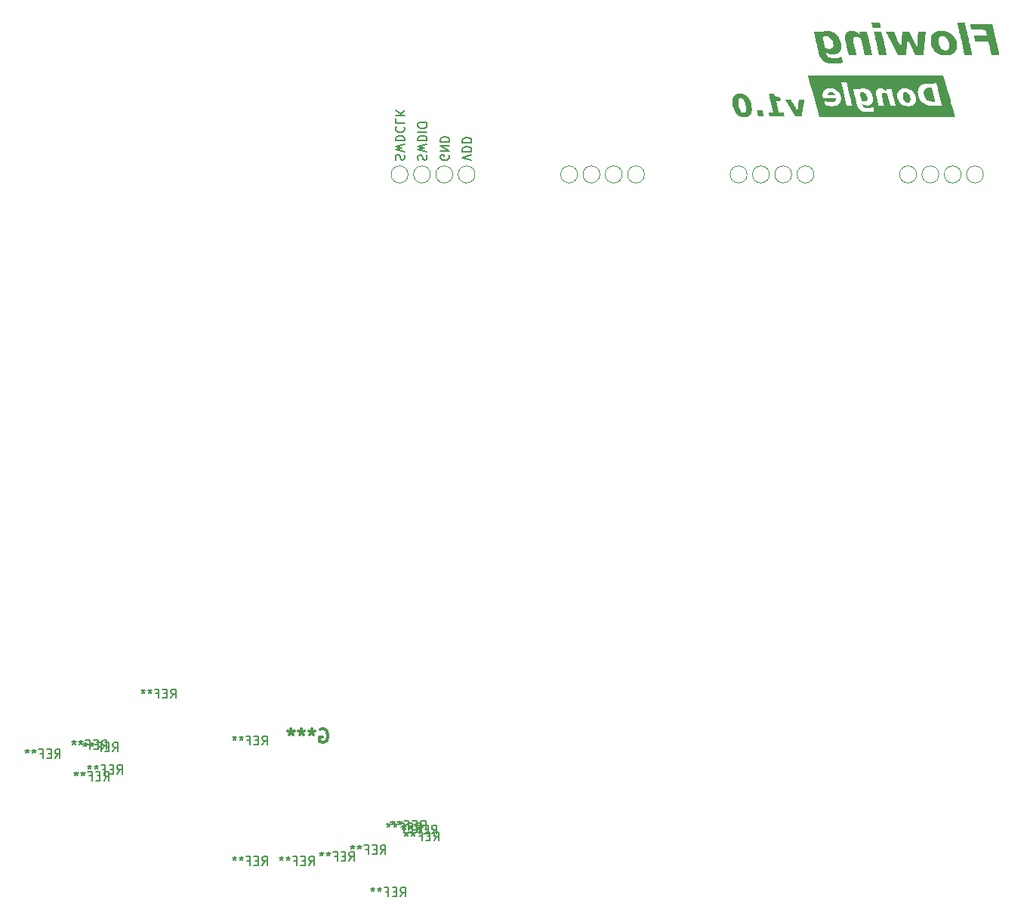
<source format=gbr>
G04 #@! TF.GenerationSoftware,KiCad,Pcbnew,(6.0.7)*
G04 #@! TF.CreationDate,2023-03-12T22:24:00+09:00*
G04 #@! TF.ProjectId,flowing_dongle,666c6f77-696e-4675-9f64-6f6e676c652e,rev?*
G04 #@! TF.SameCoordinates,Original*
G04 #@! TF.FileFunction,Legend,Bot*
G04 #@! TF.FilePolarity,Positive*
%FSLAX46Y46*%
G04 Gerber Fmt 4.6, Leading zero omitted, Abs format (unit mm)*
G04 Created by KiCad (PCBNEW (6.0.7)) date 2023-03-12 22:24:00*
%MOMM*%
%LPD*%
G01*
G04 APERTURE LIST*
%ADD10C,0.150000*%
%ADD11C,0.300000*%
%ADD12C,0.120000*%
G04 APERTURE END LIST*
D10*
X115750000Y-95111904D02*
X115797619Y-95207142D01*
X115797619Y-95350000D01*
X115750000Y-95492857D01*
X115654761Y-95588095D01*
X115559523Y-95635714D01*
X115369047Y-95683333D01*
X115226190Y-95683333D01*
X115035714Y-95635714D01*
X114940476Y-95588095D01*
X114845238Y-95492857D01*
X114797619Y-95350000D01*
X114797619Y-95254761D01*
X114845238Y-95111904D01*
X114892857Y-95064285D01*
X115226190Y-95064285D01*
X115226190Y-95254761D01*
X114797619Y-94635714D02*
X115797619Y-94635714D01*
X114797619Y-94064285D01*
X115797619Y-94064285D01*
X114797619Y-93588095D02*
X115797619Y-93588095D01*
X115797619Y-93350000D01*
X115750000Y-93207142D01*
X115654761Y-93111904D01*
X115559523Y-93064285D01*
X115369047Y-93016666D01*
X115226190Y-93016666D01*
X115035714Y-93064285D01*
X114940476Y-93111904D01*
X114845238Y-93207142D01*
X114797619Y-93350000D01*
X114797619Y-93588095D01*
X112345238Y-95619047D02*
X112297619Y-95476190D01*
X112297619Y-95238095D01*
X112345238Y-95142857D01*
X112392857Y-95095238D01*
X112488095Y-95047619D01*
X112583333Y-95047619D01*
X112678571Y-95095238D01*
X112726190Y-95142857D01*
X112773809Y-95238095D01*
X112821428Y-95428571D01*
X112869047Y-95523809D01*
X112916666Y-95571428D01*
X113011904Y-95619047D01*
X113107142Y-95619047D01*
X113202380Y-95571428D01*
X113250000Y-95523809D01*
X113297619Y-95428571D01*
X113297619Y-95190476D01*
X113250000Y-95047619D01*
X113297619Y-94714285D02*
X112297619Y-94476190D01*
X113011904Y-94285714D01*
X112297619Y-94095238D01*
X113297619Y-93857142D01*
X112297619Y-93476190D02*
X113297619Y-93476190D01*
X113297619Y-93238095D01*
X113250000Y-93095238D01*
X113154761Y-93000000D01*
X113059523Y-92952380D01*
X112869047Y-92904761D01*
X112726190Y-92904761D01*
X112535714Y-92952380D01*
X112440476Y-93000000D01*
X112345238Y-93095238D01*
X112297619Y-93238095D01*
X112297619Y-93476190D01*
X112297619Y-92476190D02*
X113297619Y-92476190D01*
X113297619Y-91809523D02*
X113297619Y-91619047D01*
X113250000Y-91523809D01*
X113154761Y-91428571D01*
X112964285Y-91380952D01*
X112630952Y-91380952D01*
X112440476Y-91428571D01*
X112345238Y-91523809D01*
X112297619Y-91619047D01*
X112297619Y-91809523D01*
X112345238Y-91904761D01*
X112440476Y-92000000D01*
X112630952Y-92047619D01*
X112964285Y-92047619D01*
X113154761Y-92000000D01*
X113250000Y-91904761D01*
X113297619Y-91809523D01*
X118297619Y-95683333D02*
X117297619Y-95350000D01*
X118297619Y-95016666D01*
X117297619Y-94683333D02*
X118297619Y-94683333D01*
X118297619Y-94445238D01*
X118250000Y-94302380D01*
X118154761Y-94207142D01*
X118059523Y-94159523D01*
X117869047Y-94111904D01*
X117726190Y-94111904D01*
X117535714Y-94159523D01*
X117440476Y-94207142D01*
X117345238Y-94302380D01*
X117297619Y-94445238D01*
X117297619Y-94683333D01*
X117297619Y-93683333D02*
X118297619Y-93683333D01*
X118297619Y-93445238D01*
X118250000Y-93302380D01*
X118154761Y-93207142D01*
X118059523Y-93159523D01*
X117869047Y-93111904D01*
X117726190Y-93111904D01*
X117535714Y-93159523D01*
X117440476Y-93207142D01*
X117345238Y-93302380D01*
X117297619Y-93445238D01*
X117297619Y-93683333D01*
X109845238Y-95611904D02*
X109797619Y-95469047D01*
X109797619Y-95230952D01*
X109845238Y-95135714D01*
X109892857Y-95088095D01*
X109988095Y-95040476D01*
X110083333Y-95040476D01*
X110178571Y-95088095D01*
X110226190Y-95135714D01*
X110273809Y-95230952D01*
X110321428Y-95421428D01*
X110369047Y-95516666D01*
X110416666Y-95564285D01*
X110511904Y-95611904D01*
X110607142Y-95611904D01*
X110702380Y-95564285D01*
X110750000Y-95516666D01*
X110797619Y-95421428D01*
X110797619Y-95183333D01*
X110750000Y-95040476D01*
X110797619Y-94707142D02*
X109797619Y-94469047D01*
X110511904Y-94278571D01*
X109797619Y-94088095D01*
X110797619Y-93850000D01*
X109797619Y-93469047D02*
X110797619Y-93469047D01*
X110797619Y-93230952D01*
X110750000Y-93088095D01*
X110654761Y-92992857D01*
X110559523Y-92945238D01*
X110369047Y-92897619D01*
X110226190Y-92897619D01*
X110035714Y-92945238D01*
X109940476Y-92992857D01*
X109845238Y-93088095D01*
X109797619Y-93230952D01*
X109797619Y-93469047D01*
X109892857Y-91897619D02*
X109845238Y-91945238D01*
X109797619Y-92088095D01*
X109797619Y-92183333D01*
X109845238Y-92326190D01*
X109940476Y-92421428D01*
X110035714Y-92469047D01*
X110226190Y-92516666D01*
X110369047Y-92516666D01*
X110559523Y-92469047D01*
X110654761Y-92421428D01*
X110750000Y-92326190D01*
X110797619Y-92183333D01*
X110797619Y-92088095D01*
X110750000Y-91945238D01*
X110702380Y-91897619D01*
X109797619Y-90992857D02*
X109797619Y-91469047D01*
X110797619Y-91469047D01*
X109797619Y-90659523D02*
X110797619Y-90659523D01*
X109797619Y-90088095D02*
X110369047Y-90516666D01*
X110797619Y-90088095D02*
X110226190Y-90659523D01*
X114083333Y-171952380D02*
X114416666Y-171476190D01*
X114654761Y-171952380D02*
X114654761Y-170952380D01*
X114273809Y-170952380D01*
X114178571Y-171000000D01*
X114130952Y-171047619D01*
X114083333Y-171142857D01*
X114083333Y-171285714D01*
X114130952Y-171380952D01*
X114178571Y-171428571D01*
X114273809Y-171476190D01*
X114654761Y-171476190D01*
X113654761Y-171428571D02*
X113321428Y-171428571D01*
X113178571Y-171952380D02*
X113654761Y-171952380D01*
X113654761Y-170952380D01*
X113178571Y-170952380D01*
X112416666Y-171428571D02*
X112750000Y-171428571D01*
X112750000Y-171952380D02*
X112750000Y-170952380D01*
X112273809Y-170952380D01*
X111750000Y-170952380D02*
X111750000Y-171190476D01*
X111988095Y-171095238D02*
X111750000Y-171190476D01*
X111511904Y-171095238D01*
X111892857Y-171380952D02*
X111750000Y-171190476D01*
X111607142Y-171380952D01*
X110988095Y-170952380D02*
X110988095Y-171190476D01*
X111226190Y-171095238D02*
X110988095Y-171190476D01*
X110750000Y-171095238D01*
X111130952Y-171380952D02*
X110988095Y-171190476D01*
X110845238Y-171380952D01*
X77083333Y-165202380D02*
X77416666Y-164726190D01*
X77654761Y-165202380D02*
X77654761Y-164202380D01*
X77273809Y-164202380D01*
X77178571Y-164250000D01*
X77130952Y-164297619D01*
X77083333Y-164392857D01*
X77083333Y-164535714D01*
X77130952Y-164630952D01*
X77178571Y-164678571D01*
X77273809Y-164726190D01*
X77654761Y-164726190D01*
X76654761Y-164678571D02*
X76321428Y-164678571D01*
X76178571Y-165202380D02*
X76654761Y-165202380D01*
X76654761Y-164202380D01*
X76178571Y-164202380D01*
X75416666Y-164678571D02*
X75750000Y-164678571D01*
X75750000Y-165202380D02*
X75750000Y-164202380D01*
X75273809Y-164202380D01*
X74750000Y-164202380D02*
X74750000Y-164440476D01*
X74988095Y-164345238D02*
X74750000Y-164440476D01*
X74511904Y-164345238D01*
X74892857Y-164630952D02*
X74750000Y-164440476D01*
X74607142Y-164630952D01*
X73988095Y-164202380D02*
X73988095Y-164440476D01*
X74226190Y-164345238D02*
X73988095Y-164440476D01*
X73750000Y-164345238D01*
X74130952Y-164630952D02*
X73988095Y-164440476D01*
X73845238Y-164630952D01*
X78583333Y-164452380D02*
X78916666Y-163976190D01*
X79154761Y-164452380D02*
X79154761Y-163452380D01*
X78773809Y-163452380D01*
X78678571Y-163500000D01*
X78630952Y-163547619D01*
X78583333Y-163642857D01*
X78583333Y-163785714D01*
X78630952Y-163880952D01*
X78678571Y-163928571D01*
X78773809Y-163976190D01*
X79154761Y-163976190D01*
X78154761Y-163928571D02*
X77821428Y-163928571D01*
X77678571Y-164452380D02*
X78154761Y-164452380D01*
X78154761Y-163452380D01*
X77678571Y-163452380D01*
X76916666Y-163928571D02*
X77250000Y-163928571D01*
X77250000Y-164452380D02*
X77250000Y-163452380D01*
X76773809Y-163452380D01*
X76250000Y-163452380D02*
X76250000Y-163690476D01*
X76488095Y-163595238D02*
X76250000Y-163690476D01*
X76011904Y-163595238D01*
X76392857Y-163880952D02*
X76250000Y-163690476D01*
X76107142Y-163880952D01*
X75488095Y-163452380D02*
X75488095Y-163690476D01*
X75726190Y-163595238D02*
X75488095Y-163690476D01*
X75250000Y-163595238D01*
X75630952Y-163880952D02*
X75488095Y-163690476D01*
X75345238Y-163880952D01*
X112083333Y-170952380D02*
X112416666Y-170476190D01*
X112654761Y-170952380D02*
X112654761Y-169952380D01*
X112273809Y-169952380D01*
X112178571Y-170000000D01*
X112130952Y-170047619D01*
X112083333Y-170142857D01*
X112083333Y-170285714D01*
X112130952Y-170380952D01*
X112178571Y-170428571D01*
X112273809Y-170476190D01*
X112654761Y-170476190D01*
X111654761Y-170428571D02*
X111321428Y-170428571D01*
X111178571Y-170952380D02*
X111654761Y-170952380D01*
X111654761Y-169952380D01*
X111178571Y-169952380D01*
X110416666Y-170428571D02*
X110750000Y-170428571D01*
X110750000Y-170952380D02*
X110750000Y-169952380D01*
X110273809Y-169952380D01*
X109750000Y-169952380D02*
X109750000Y-170190476D01*
X109988095Y-170095238D02*
X109750000Y-170190476D01*
X109511904Y-170095238D01*
X109892857Y-170380952D02*
X109750000Y-170190476D01*
X109607142Y-170380952D01*
X108988095Y-169952380D02*
X108988095Y-170190476D01*
X109226190Y-170095238D02*
X108988095Y-170190476D01*
X108750000Y-170095238D01*
X109130952Y-170380952D02*
X108988095Y-170190476D01*
X108845238Y-170380952D01*
X100083333Y-174702380D02*
X100416666Y-174226190D01*
X100654761Y-174702380D02*
X100654761Y-173702380D01*
X100273809Y-173702380D01*
X100178571Y-173750000D01*
X100130952Y-173797619D01*
X100083333Y-173892857D01*
X100083333Y-174035714D01*
X100130952Y-174130952D01*
X100178571Y-174178571D01*
X100273809Y-174226190D01*
X100654761Y-174226190D01*
X99654761Y-174178571D02*
X99321428Y-174178571D01*
X99178571Y-174702380D02*
X99654761Y-174702380D01*
X99654761Y-173702380D01*
X99178571Y-173702380D01*
X98416666Y-174178571D02*
X98750000Y-174178571D01*
X98750000Y-174702380D02*
X98750000Y-173702380D01*
X98273809Y-173702380D01*
X97750000Y-173702380D02*
X97750000Y-173940476D01*
X97988095Y-173845238D02*
X97750000Y-173940476D01*
X97511904Y-173845238D01*
X97892857Y-174130952D02*
X97750000Y-173940476D01*
X97607142Y-174130952D01*
X96988095Y-173702380D02*
X96988095Y-173940476D01*
X97226190Y-173845238D02*
X96988095Y-173940476D01*
X96750000Y-173845238D01*
X97130952Y-174130952D02*
X96988095Y-173940476D01*
X96845238Y-174130952D01*
X84583333Y-155952380D02*
X84916666Y-155476190D01*
X85154761Y-155952380D02*
X85154761Y-154952380D01*
X84773809Y-154952380D01*
X84678571Y-155000000D01*
X84630952Y-155047619D01*
X84583333Y-155142857D01*
X84583333Y-155285714D01*
X84630952Y-155380952D01*
X84678571Y-155428571D01*
X84773809Y-155476190D01*
X85154761Y-155476190D01*
X84154761Y-155428571D02*
X83821428Y-155428571D01*
X83678571Y-155952380D02*
X84154761Y-155952380D01*
X84154761Y-154952380D01*
X83678571Y-154952380D01*
X82916666Y-155428571D02*
X83250000Y-155428571D01*
X83250000Y-155952380D02*
X83250000Y-154952380D01*
X82773809Y-154952380D01*
X82250000Y-154952380D02*
X82250000Y-155190476D01*
X82488095Y-155095238D02*
X82250000Y-155190476D01*
X82011904Y-155095238D01*
X82392857Y-155380952D02*
X82250000Y-155190476D01*
X82107142Y-155380952D01*
X81488095Y-154952380D02*
X81488095Y-155190476D01*
X81726190Y-155095238D02*
X81488095Y-155190476D01*
X81250000Y-155095238D01*
X81630952Y-155380952D02*
X81488095Y-155190476D01*
X81345238Y-155380952D01*
X78083333Y-161952380D02*
X78416666Y-161476190D01*
X78654761Y-161952380D02*
X78654761Y-160952380D01*
X78273809Y-160952380D01*
X78178571Y-161000000D01*
X78130952Y-161047619D01*
X78083333Y-161142857D01*
X78083333Y-161285714D01*
X78130952Y-161380952D01*
X78178571Y-161428571D01*
X78273809Y-161476190D01*
X78654761Y-161476190D01*
X77654761Y-161428571D02*
X77321428Y-161428571D01*
X77178571Y-161952380D02*
X77654761Y-161952380D01*
X77654761Y-160952380D01*
X77178571Y-160952380D01*
X76416666Y-161428571D02*
X76750000Y-161428571D01*
X76750000Y-161952380D02*
X76750000Y-160952380D01*
X76273809Y-160952380D01*
X75750000Y-160952380D02*
X75750000Y-161190476D01*
X75988095Y-161095238D02*
X75750000Y-161190476D01*
X75511904Y-161095238D01*
X75892857Y-161380952D02*
X75750000Y-161190476D01*
X75607142Y-161380952D01*
X74988095Y-160952380D02*
X74988095Y-161190476D01*
X75226190Y-161095238D02*
X74988095Y-161190476D01*
X74750000Y-161095238D01*
X75130952Y-161380952D02*
X74988095Y-161190476D01*
X74845238Y-161380952D01*
X94833333Y-174702380D02*
X95166666Y-174226190D01*
X95404761Y-174702380D02*
X95404761Y-173702380D01*
X95023809Y-173702380D01*
X94928571Y-173750000D01*
X94880952Y-173797619D01*
X94833333Y-173892857D01*
X94833333Y-174035714D01*
X94880952Y-174130952D01*
X94928571Y-174178571D01*
X95023809Y-174226190D01*
X95404761Y-174226190D01*
X94404761Y-174178571D02*
X94071428Y-174178571D01*
X93928571Y-174702380D02*
X94404761Y-174702380D01*
X94404761Y-173702380D01*
X93928571Y-173702380D01*
X93166666Y-174178571D02*
X93500000Y-174178571D01*
X93500000Y-174702380D02*
X93500000Y-173702380D01*
X93023809Y-173702380D01*
X92500000Y-173702380D02*
X92500000Y-173940476D01*
X92738095Y-173845238D02*
X92500000Y-173940476D01*
X92261904Y-173845238D01*
X92642857Y-174130952D02*
X92500000Y-173940476D01*
X92357142Y-174130952D01*
X91738095Y-173702380D02*
X91738095Y-173940476D01*
X91976190Y-173845238D02*
X91738095Y-173940476D01*
X91500000Y-173845238D01*
X91880952Y-174130952D02*
X91738095Y-173940476D01*
X91595238Y-174130952D01*
X76833333Y-161702380D02*
X77166666Y-161226190D01*
X77404761Y-161702380D02*
X77404761Y-160702380D01*
X77023809Y-160702380D01*
X76928571Y-160750000D01*
X76880952Y-160797619D01*
X76833333Y-160892857D01*
X76833333Y-161035714D01*
X76880952Y-161130952D01*
X76928571Y-161178571D01*
X77023809Y-161226190D01*
X77404761Y-161226190D01*
X76404761Y-161178571D02*
X76071428Y-161178571D01*
X75928571Y-161702380D02*
X76404761Y-161702380D01*
X76404761Y-160702380D01*
X75928571Y-160702380D01*
X75166666Y-161178571D02*
X75500000Y-161178571D01*
X75500000Y-161702380D02*
X75500000Y-160702380D01*
X75023809Y-160702380D01*
X74500000Y-160702380D02*
X74500000Y-160940476D01*
X74738095Y-160845238D02*
X74500000Y-160940476D01*
X74261904Y-160845238D01*
X74642857Y-161130952D02*
X74500000Y-160940476D01*
X74357142Y-161130952D01*
X73738095Y-160702380D02*
X73738095Y-160940476D01*
X73976190Y-160845238D02*
X73738095Y-160940476D01*
X73500000Y-160845238D01*
X73880952Y-161130952D02*
X73738095Y-160940476D01*
X73595238Y-161130952D01*
X110333333Y-178202380D02*
X110666666Y-177726190D01*
X110904761Y-178202380D02*
X110904761Y-177202380D01*
X110523809Y-177202380D01*
X110428571Y-177250000D01*
X110380952Y-177297619D01*
X110333333Y-177392857D01*
X110333333Y-177535714D01*
X110380952Y-177630952D01*
X110428571Y-177678571D01*
X110523809Y-177726190D01*
X110904761Y-177726190D01*
X109904761Y-177678571D02*
X109571428Y-177678571D01*
X109428571Y-178202380D02*
X109904761Y-178202380D01*
X109904761Y-177202380D01*
X109428571Y-177202380D01*
X108666666Y-177678571D02*
X109000000Y-177678571D01*
X109000000Y-178202380D02*
X109000000Y-177202380D01*
X108523809Y-177202380D01*
X108000000Y-177202380D02*
X108000000Y-177440476D01*
X108238095Y-177345238D02*
X108000000Y-177440476D01*
X107761904Y-177345238D01*
X108142857Y-177630952D02*
X108000000Y-177440476D01*
X107857142Y-177630952D01*
X107238095Y-177202380D02*
X107238095Y-177440476D01*
X107476190Y-177345238D02*
X107238095Y-177440476D01*
X107000000Y-177345238D01*
X107380952Y-177630952D02*
X107238095Y-177440476D01*
X107095238Y-177630952D01*
X112583333Y-170702380D02*
X112916666Y-170226190D01*
X113154761Y-170702380D02*
X113154761Y-169702380D01*
X112773809Y-169702380D01*
X112678571Y-169750000D01*
X112630952Y-169797619D01*
X112583333Y-169892857D01*
X112583333Y-170035714D01*
X112630952Y-170130952D01*
X112678571Y-170178571D01*
X112773809Y-170226190D01*
X113154761Y-170226190D01*
X112154761Y-170178571D02*
X111821428Y-170178571D01*
X111678571Y-170702380D02*
X112154761Y-170702380D01*
X112154761Y-169702380D01*
X111678571Y-169702380D01*
X110916666Y-170178571D02*
X111250000Y-170178571D01*
X111250000Y-170702380D02*
X111250000Y-169702380D01*
X110773809Y-169702380D01*
X110250000Y-169702380D02*
X110250000Y-169940476D01*
X110488095Y-169845238D02*
X110250000Y-169940476D01*
X110011904Y-169845238D01*
X110392857Y-170130952D02*
X110250000Y-169940476D01*
X110107142Y-170130952D01*
X109488095Y-169702380D02*
X109488095Y-169940476D01*
X109726190Y-169845238D02*
X109488095Y-169940476D01*
X109250000Y-169845238D01*
X109630952Y-170130952D02*
X109488095Y-169940476D01*
X109345238Y-170130952D01*
X71583333Y-162702380D02*
X71916666Y-162226190D01*
X72154761Y-162702380D02*
X72154761Y-161702380D01*
X71773809Y-161702380D01*
X71678571Y-161750000D01*
X71630952Y-161797619D01*
X71583333Y-161892857D01*
X71583333Y-162035714D01*
X71630952Y-162130952D01*
X71678571Y-162178571D01*
X71773809Y-162226190D01*
X72154761Y-162226190D01*
X71154761Y-162178571D02*
X70821428Y-162178571D01*
X70678571Y-162702380D02*
X71154761Y-162702380D01*
X71154761Y-161702380D01*
X70678571Y-161702380D01*
X69916666Y-162178571D02*
X70250000Y-162178571D01*
X70250000Y-162702380D02*
X70250000Y-161702380D01*
X69773809Y-161702380D01*
X69250000Y-161702380D02*
X69250000Y-161940476D01*
X69488095Y-161845238D02*
X69250000Y-161940476D01*
X69011904Y-161845238D01*
X69392857Y-162130952D02*
X69250000Y-161940476D01*
X69107142Y-162130952D01*
X68488095Y-161702380D02*
X68488095Y-161940476D01*
X68726190Y-161845238D02*
X68488095Y-161940476D01*
X68250000Y-161845238D01*
X68630952Y-162130952D02*
X68488095Y-161940476D01*
X68345238Y-162130952D01*
X113833333Y-171204380D02*
X114166666Y-170728190D01*
X114404761Y-171204380D02*
X114404761Y-170204380D01*
X114023809Y-170204380D01*
X113928571Y-170252000D01*
X113880952Y-170299619D01*
X113833333Y-170394857D01*
X113833333Y-170537714D01*
X113880952Y-170632952D01*
X113928571Y-170680571D01*
X114023809Y-170728190D01*
X114404761Y-170728190D01*
X113404761Y-170680571D02*
X113071428Y-170680571D01*
X112928571Y-171204380D02*
X113404761Y-171204380D01*
X113404761Y-170204380D01*
X112928571Y-170204380D01*
X112166666Y-170680571D02*
X112500000Y-170680571D01*
X112500000Y-171204380D02*
X112500000Y-170204380D01*
X112023809Y-170204380D01*
X111500000Y-170204380D02*
X111500000Y-170442476D01*
X111738095Y-170347238D02*
X111500000Y-170442476D01*
X111261904Y-170347238D01*
X111642857Y-170632952D02*
X111500000Y-170442476D01*
X111357142Y-170632952D01*
X110738095Y-170204380D02*
X110738095Y-170442476D01*
X110976190Y-170347238D02*
X110738095Y-170442476D01*
X110500000Y-170347238D01*
X110880952Y-170632952D02*
X110738095Y-170442476D01*
X110595238Y-170632952D01*
X108083333Y-173452380D02*
X108416666Y-172976190D01*
X108654761Y-173452380D02*
X108654761Y-172452380D01*
X108273809Y-172452380D01*
X108178571Y-172500000D01*
X108130952Y-172547619D01*
X108083333Y-172642857D01*
X108083333Y-172785714D01*
X108130952Y-172880952D01*
X108178571Y-172928571D01*
X108273809Y-172976190D01*
X108654761Y-172976190D01*
X107654761Y-172928571D02*
X107321428Y-172928571D01*
X107178571Y-173452380D02*
X107654761Y-173452380D01*
X107654761Y-172452380D01*
X107178571Y-172452380D01*
X106416666Y-172928571D02*
X106750000Y-172928571D01*
X106750000Y-173452380D02*
X106750000Y-172452380D01*
X106273809Y-172452380D01*
X105750000Y-172452380D02*
X105750000Y-172690476D01*
X105988095Y-172595238D02*
X105750000Y-172690476D01*
X105511904Y-172595238D01*
X105892857Y-172880952D02*
X105750000Y-172690476D01*
X105607142Y-172880952D01*
X104988095Y-172452380D02*
X104988095Y-172690476D01*
X105226190Y-172595238D02*
X104988095Y-172690476D01*
X104750000Y-172595238D01*
X105130952Y-172880952D02*
X104988095Y-172690476D01*
X104845238Y-172880952D01*
X104583333Y-174202380D02*
X104916666Y-173726190D01*
X105154761Y-174202380D02*
X105154761Y-173202380D01*
X104773809Y-173202380D01*
X104678571Y-173250000D01*
X104630952Y-173297619D01*
X104583333Y-173392857D01*
X104583333Y-173535714D01*
X104630952Y-173630952D01*
X104678571Y-173678571D01*
X104773809Y-173726190D01*
X105154761Y-173726190D01*
X104154761Y-173678571D02*
X103821428Y-173678571D01*
X103678571Y-174202380D02*
X104154761Y-174202380D01*
X104154761Y-173202380D01*
X103678571Y-173202380D01*
X102916666Y-173678571D02*
X103250000Y-173678571D01*
X103250000Y-174202380D02*
X103250000Y-173202380D01*
X102773809Y-173202380D01*
X102250000Y-173202380D02*
X102250000Y-173440476D01*
X102488095Y-173345238D02*
X102250000Y-173440476D01*
X102011904Y-173345238D01*
X102392857Y-173630952D02*
X102250000Y-173440476D01*
X102107142Y-173630952D01*
X101488095Y-173202380D02*
X101488095Y-173440476D01*
X101726190Y-173345238D02*
X101488095Y-173440476D01*
X101250000Y-173345238D01*
X101630952Y-173630952D02*
X101488095Y-173440476D01*
X101345238Y-173630952D01*
D11*
X101342571Y-159488000D02*
X101487714Y-159415428D01*
X101705428Y-159415428D01*
X101923142Y-159488000D01*
X102068285Y-159633142D01*
X102140857Y-159778285D01*
X102213428Y-160068571D01*
X102213428Y-160286285D01*
X102140857Y-160576571D01*
X102068285Y-160721714D01*
X101923142Y-160866857D01*
X101705428Y-160939428D01*
X101560285Y-160939428D01*
X101342571Y-160866857D01*
X101270000Y-160794285D01*
X101270000Y-160286285D01*
X101560285Y-160286285D01*
X100399142Y-159415428D02*
X100399142Y-159778285D01*
X100762000Y-159633142D02*
X100399142Y-159778285D01*
X100036285Y-159633142D01*
X100616857Y-160068571D02*
X100399142Y-159778285D01*
X100181428Y-160068571D01*
X99238000Y-159415428D02*
X99238000Y-159778285D01*
X99600857Y-159633142D02*
X99238000Y-159778285D01*
X98875142Y-159633142D01*
X99455714Y-160068571D02*
X99238000Y-159778285D01*
X99020285Y-160068571D01*
X98076857Y-159415428D02*
X98076857Y-159778285D01*
X98439714Y-159633142D02*
X98076857Y-159778285D01*
X97714000Y-159633142D01*
X98294571Y-160068571D02*
X98076857Y-159778285D01*
X97859142Y-160068571D01*
D10*
X94833333Y-161202380D02*
X95166666Y-160726190D01*
X95404761Y-161202380D02*
X95404761Y-160202380D01*
X95023809Y-160202380D01*
X94928571Y-160250000D01*
X94880952Y-160297619D01*
X94833333Y-160392857D01*
X94833333Y-160535714D01*
X94880952Y-160630952D01*
X94928571Y-160678571D01*
X95023809Y-160726190D01*
X95404761Y-160726190D01*
X94404761Y-160678571D02*
X94071428Y-160678571D01*
X93928571Y-161202380D02*
X94404761Y-161202380D01*
X94404761Y-160202380D01*
X93928571Y-160202380D01*
X93166666Y-160678571D02*
X93500000Y-160678571D01*
X93500000Y-161202380D02*
X93500000Y-160202380D01*
X93023809Y-160202380D01*
X92500000Y-160202380D02*
X92500000Y-160440476D01*
X92738095Y-160345238D02*
X92500000Y-160440476D01*
X92261904Y-160345238D01*
X92642857Y-160630952D02*
X92500000Y-160440476D01*
X92357142Y-160630952D01*
X91738095Y-160202380D02*
X91738095Y-160440476D01*
X91976190Y-160345238D02*
X91738095Y-160440476D01*
X91500000Y-160345238D01*
X91880952Y-160630952D02*
X91738095Y-160440476D01*
X91595238Y-160630952D01*
D12*
X154200000Y-97250000D02*
G75*
G03*
X154200000Y-97250000I-950000J0D01*
G01*
X173200000Y-97250000D02*
G75*
G03*
X173200000Y-97250000I-950000J0D01*
G01*
X168200000Y-97250000D02*
G75*
G03*
X168200000Y-97250000I-950000J0D01*
G01*
X149200000Y-97250000D02*
G75*
G03*
X149200000Y-97250000I-950000J0D01*
G01*
X137700000Y-97250000D02*
G75*
G03*
X137700000Y-97250000I-950000J0D01*
G01*
X111200000Y-97250000D02*
G75*
G03*
X111200000Y-97250000I-950000J0D01*
G01*
X175700000Y-97250000D02*
G75*
G03*
X175700000Y-97250000I-950000J0D01*
G01*
X132700000Y-97250000D02*
G75*
G03*
X132700000Y-97250000I-950000J0D01*
G01*
X170700000Y-97250000D02*
G75*
G03*
X170700000Y-97250000I-950000J0D01*
G01*
X113700000Y-97250000D02*
G75*
G03*
X113700000Y-97250000I-950000J0D01*
G01*
X151700000Y-97250000D02*
G75*
G03*
X151700000Y-97250000I-950000J0D01*
G01*
X118700000Y-97250000D02*
G75*
G03*
X118700000Y-97250000I-950000J0D01*
G01*
X156700000Y-97250000D02*
G75*
G03*
X156700000Y-97250000I-950000J0D01*
G01*
X135200000Y-97250000D02*
G75*
G03*
X135200000Y-97250000I-950000J0D01*
G01*
X130200000Y-97250000D02*
G75*
G03*
X130200000Y-97250000I-950000J0D01*
G01*
G36*
X173336678Y-80214012D02*
G01*
X173436443Y-80214664D01*
X173508230Y-80216336D01*
X173556855Y-80219509D01*
X173587131Y-80224665D01*
X173603874Y-80232284D01*
X173611896Y-80242848D01*
X173616014Y-80256837D01*
X173616478Y-80258810D01*
X173623793Y-80290321D01*
X173638953Y-80355834D01*
X173661345Y-80452687D01*
X173690353Y-80578219D01*
X173725363Y-80729768D01*
X173765759Y-80904672D01*
X173810928Y-81100270D01*
X173860253Y-81313899D01*
X173913122Y-81542899D01*
X173968917Y-81784608D01*
X174027026Y-82036364D01*
X174039035Y-82088391D01*
X174096694Y-82338031D01*
X174151922Y-82576908D01*
X174204106Y-82802377D01*
X174252633Y-83011797D01*
X174296887Y-83202524D01*
X174336254Y-83371916D01*
X174370122Y-83517330D01*
X174397875Y-83636123D01*
X174418899Y-83725652D01*
X174432581Y-83783275D01*
X174438306Y-83806349D01*
X174439755Y-83813421D01*
X174436152Y-83822564D01*
X174421325Y-83829313D01*
X174390782Y-83834028D01*
X174340034Y-83837069D01*
X174264590Y-83838796D01*
X174159960Y-83839567D01*
X174021655Y-83839745D01*
X173594531Y-83839745D01*
X173180599Y-82050676D01*
X173157845Y-81952294D01*
X173099782Y-81700909D01*
X173044454Y-81460882D01*
X172992448Y-81234793D01*
X172944355Y-81025226D01*
X172900764Y-80834762D01*
X172862264Y-80665984D01*
X172829445Y-80521473D01*
X172802897Y-80403813D01*
X172783208Y-80315585D01*
X172770968Y-80259371D01*
X172766767Y-80237754D01*
X172774907Y-80229836D01*
X172802870Y-80223543D01*
X172854330Y-80219012D01*
X172932952Y-80216033D01*
X173042400Y-80214398D01*
X173186338Y-80213900D01*
X173204121Y-80213900D01*
X173336678Y-80214012D01*
G37*
G36*
X161051134Y-81157704D02*
G01*
X161203495Y-81184638D01*
X161358645Y-81234964D01*
X161523599Y-81310822D01*
X161705369Y-81414352D01*
X161724197Y-81425788D01*
X161782551Y-81459662D01*
X161824863Y-81481814D01*
X161843021Y-81487909D01*
X161843278Y-81475431D01*
X161836040Y-81434812D01*
X161822063Y-81377099D01*
X161810993Y-81333579D01*
X161798924Y-81279872D01*
X161794141Y-81249174D01*
X161802243Y-81241219D01*
X161830158Y-81234939D01*
X161881563Y-81230417D01*
X161960126Y-81227446D01*
X162069511Y-81225816D01*
X162213386Y-81225319D01*
X162632857Y-81225319D01*
X162646173Y-81277799D01*
X162648378Y-81286917D01*
X162658840Y-81331465D01*
X162676749Y-81408407D01*
X162701364Y-81514541D01*
X162731944Y-81646663D01*
X162767749Y-81801571D01*
X162808040Y-81976063D01*
X162852074Y-82166935D01*
X162899112Y-82370985D01*
X162948413Y-82585011D01*
X163237338Y-83839745D01*
X162811419Y-83839745D01*
X162749916Y-83839671D01*
X162633147Y-83839097D01*
X162532913Y-83838027D01*
X162454622Y-83836551D01*
X162403682Y-83834757D01*
X162385500Y-83832734D01*
X162383962Y-83825258D01*
X162375138Y-83785657D01*
X162359363Y-83715911D01*
X162337643Y-83620408D01*
X162310983Y-83503534D01*
X162280391Y-83369678D01*
X162246873Y-83223225D01*
X162211435Y-83068564D01*
X162175085Y-82910082D01*
X162138827Y-82752166D01*
X162103670Y-82599202D01*
X162070618Y-82455579D01*
X162040680Y-82325683D01*
X162014861Y-82213902D01*
X161994168Y-82124623D01*
X161979607Y-82062232D01*
X161972185Y-82031118D01*
X161971416Y-82028405D01*
X161940409Y-81987254D01*
X161873851Y-81943712D01*
X161774019Y-81899003D01*
X161643192Y-81854353D01*
X161628310Y-81849899D01*
X161538459Y-81827660D01*
X161459211Y-81819462D01*
X161369837Y-81822924D01*
X161282614Y-81834544D01*
X161204619Y-81859727D01*
X161151032Y-81900585D01*
X161114860Y-81960902D01*
X161108704Y-81976388D01*
X161098155Y-82009639D01*
X161091187Y-82046483D01*
X161088286Y-82089969D01*
X161089936Y-82143144D01*
X161096623Y-82209053D01*
X161108831Y-82290745D01*
X161127044Y-82391266D01*
X161151747Y-82513664D01*
X161183425Y-82660985D01*
X161222563Y-82836276D01*
X161269645Y-83042584D01*
X161325155Y-83282957D01*
X161333516Y-83319053D01*
X161364756Y-83454261D01*
X161392727Y-83575832D01*
X161416352Y-83679060D01*
X161434559Y-83759237D01*
X161446271Y-83811654D01*
X161450414Y-83831604D01*
X161445981Y-83832777D01*
X161411152Y-83835009D01*
X161346203Y-83836926D01*
X161256545Y-83838423D01*
X161147586Y-83839397D01*
X161024736Y-83839745D01*
X160599059Y-83839745D01*
X160390346Y-82938054D01*
X160372206Y-82859652D01*
X160327068Y-82663918D01*
X160289662Y-82500111D01*
X160259266Y-82364375D01*
X160235154Y-82252855D01*
X160216602Y-82161696D01*
X160202887Y-82087043D01*
X160193284Y-82025041D01*
X160187068Y-81971836D01*
X160183516Y-81923571D01*
X160181904Y-81876393D01*
X160181506Y-81826446D01*
X160185500Y-81704407D01*
X160202182Y-81589761D01*
X160234849Y-81495614D01*
X160286694Y-81413203D01*
X160360907Y-81333765D01*
X160425955Y-81280565D01*
X160544123Y-81215623D01*
X160684149Y-81174045D01*
X160851566Y-81153800D01*
X160894548Y-81152021D01*
X161051134Y-81157704D01*
G37*
G36*
X172427274Y-90423260D02*
G01*
X172461706Y-90545449D01*
X172487556Y-90637852D01*
X172504170Y-90698170D01*
X172510894Y-90724104D01*
X172523040Y-90786148D01*
X164921577Y-90781354D01*
X157320114Y-90776559D01*
X156669088Y-88505635D01*
X156609319Y-88297181D01*
X157675495Y-88297181D01*
X157677042Y-88403654D01*
X157686385Y-88490958D01*
X157704672Y-88572427D01*
X157739258Y-88696469D01*
X158440290Y-88701475D01*
X159141323Y-88706481D01*
X159141323Y-88783192D01*
X159125858Y-88891316D01*
X159077793Y-88986462D01*
X158998735Y-89062439D01*
X158890321Y-89118112D01*
X158754185Y-89152348D01*
X158591966Y-89164012D01*
X158507354Y-89161492D01*
X158355006Y-89141289D01*
X158204736Y-89098150D01*
X158043357Y-89028826D01*
X158010382Y-89012916D01*
X157931376Y-88977070D01*
X157879970Y-88958538D01*
X157852021Y-88956067D01*
X157843389Y-88968407D01*
X157843389Y-88968522D01*
X157847456Y-88992308D01*
X157858451Y-89045370D01*
X157874718Y-89119945D01*
X157894598Y-89208270D01*
X157900870Y-89235592D01*
X157922312Y-89324215D01*
X157939821Y-89384052D01*
X157956208Y-89422027D01*
X157974287Y-89445064D01*
X157996869Y-89460089D01*
X158011596Y-89467082D01*
X158083545Y-89493275D01*
X158179959Y-89520579D01*
X158290396Y-89546479D01*
X158404414Y-89568462D01*
X158511571Y-89584013D01*
X158557308Y-89588814D01*
X158791288Y-89597576D01*
X159006461Y-89576988D01*
X159208048Y-89526619D01*
X159305817Y-89488499D01*
X159452328Y-89403544D01*
X159568800Y-89295185D01*
X159655033Y-89163766D01*
X159710826Y-89009627D01*
X159735979Y-88833112D01*
X159730292Y-88634563D01*
X159724132Y-88584028D01*
X159677448Y-88383472D01*
X159598745Y-88200611D01*
X159490559Y-88037750D01*
X159355425Y-87897193D01*
X159195881Y-87781244D01*
X159014463Y-87692208D01*
X158813705Y-87632389D01*
X158596146Y-87604091D01*
X158423332Y-87602923D01*
X158231522Y-87624121D01*
X158065425Y-87669897D01*
X157926314Y-87739739D01*
X157815461Y-87833139D01*
X157734138Y-87949586D01*
X157720706Y-87976718D01*
X157701095Y-88026442D01*
X157688664Y-88080776D01*
X157681264Y-88150904D01*
X157676743Y-88248009D01*
X157675495Y-88297181D01*
X156609319Y-88297181D01*
X156595078Y-88247512D01*
X156515440Y-87969846D01*
X156439157Y-87703972D01*
X156366880Y-87452153D01*
X156299260Y-87216653D01*
X156236948Y-86999735D01*
X156217265Y-86931255D01*
X159766937Y-86931255D01*
X159776995Y-86974193D01*
X159779196Y-86983664D01*
X159789477Y-87028077D01*
X159807219Y-87104803D01*
X159831692Y-87210683D01*
X159862168Y-87342560D01*
X159897916Y-87497278D01*
X159938207Y-87671678D01*
X159982312Y-87862604D01*
X160029501Y-88066899D01*
X160079045Y-88281405D01*
X160206465Y-88833112D01*
X160371036Y-89545680D01*
X160672182Y-89545680D01*
X160736611Y-89545307D01*
X160830529Y-89543263D01*
X160905575Y-89539737D01*
X160955318Y-89535071D01*
X160973329Y-89529610D01*
X160971731Y-89521046D01*
X160962573Y-89478923D01*
X160945900Y-89404551D01*
X160922414Y-89300985D01*
X160892811Y-89171280D01*
X160857792Y-89018488D01*
X160818056Y-88845664D01*
X160774302Y-88655863D01*
X160727229Y-88452139D01*
X160677536Y-88237546D01*
X160646757Y-88104688D01*
X160598593Y-87896450D01*
X160553478Y-87700976D01*
X160545417Y-87665966D01*
X161115036Y-87665966D01*
X161310281Y-88524718D01*
X161341814Y-88662719D01*
X161382270Y-88837775D01*
X161420736Y-89002061D01*
X161456153Y-89151165D01*
X161487461Y-89280674D01*
X161513603Y-89386177D01*
X161533518Y-89463261D01*
X161546148Y-89507513D01*
X161550361Y-89520173D01*
X161554435Y-89529610D01*
X161631839Y-89708925D01*
X161739282Y-89869730D01*
X161872978Y-90002880D01*
X162033217Y-90108667D01*
X162220288Y-90187382D01*
X162247716Y-90196146D01*
X162304574Y-90212467D01*
X162359425Y-90224227D01*
X162420305Y-90232333D01*
X162495247Y-90237695D01*
X162592287Y-90241221D01*
X162719459Y-90243819D01*
X162856723Y-90244034D01*
X162996335Y-90240156D01*
X163126790Y-90232627D01*
X163242287Y-90221983D01*
X163337028Y-90208765D01*
X163405214Y-90193511D01*
X163441043Y-90176760D01*
X163443627Y-90153459D01*
X163439213Y-90100606D01*
X163428677Y-90026133D01*
X163412947Y-89937921D01*
X163369352Y-89714231D01*
X163302031Y-89723535D01*
X163251085Y-89733512D01*
X163178395Y-89751569D01*
X163101127Y-89773553D01*
X163087132Y-89777728D01*
X162891223Y-89818290D01*
X162695378Y-89827180D01*
X162509423Y-89803893D01*
X162484046Y-89797875D01*
X162362629Y-89754408D01*
X162269644Y-89690087D01*
X162199381Y-89599796D01*
X162146128Y-89478417D01*
X162143000Y-89469077D01*
X162122767Y-89406042D01*
X162109612Y-89360399D01*
X162106252Y-89341482D01*
X162109346Y-89341846D01*
X162137535Y-89353642D01*
X162188304Y-89378175D01*
X162253578Y-89411603D01*
X162291821Y-89430765D01*
X162457311Y-89492326D01*
X162622635Y-89517631D01*
X162793468Y-89507690D01*
X162819562Y-89503366D01*
X162970091Y-89464476D01*
X163090733Y-89405286D01*
X163184800Y-89323719D01*
X163255601Y-89217696D01*
X163270833Y-89184377D01*
X163308037Y-89054845D01*
X163324357Y-88904295D01*
X163320711Y-88740525D01*
X163298020Y-88571332D01*
X163257202Y-88404512D01*
X163199178Y-88247863D01*
X163124866Y-88109180D01*
X163107588Y-88083533D01*
X163058857Y-88021533D01*
X163639012Y-88021533D01*
X163641393Y-88106293D01*
X163652641Y-88209648D01*
X163672909Y-88335264D01*
X163702352Y-88486809D01*
X163741123Y-88667949D01*
X163789377Y-88882353D01*
X163940797Y-89545322D01*
X164555931Y-89545680D01*
X164501606Y-89311909D01*
X164495311Y-89284812D01*
X164446615Y-89074266D01*
X164406129Y-88897031D01*
X164373191Y-88749714D01*
X164347137Y-88628923D01*
X164327305Y-88531265D01*
X164313031Y-88453347D01*
X164303653Y-88391776D01*
X164298508Y-88343160D01*
X164296934Y-88304107D01*
X164298266Y-88271223D01*
X164310721Y-88196716D01*
X164341050Y-88140245D01*
X164395162Y-88105823D01*
X164479785Y-88086608D01*
X164493231Y-88085198D01*
X164581955Y-88089066D01*
X164685041Y-88109904D01*
X164787886Y-88143989D01*
X164875883Y-88187596D01*
X164877462Y-88188582D01*
X164892551Y-88199077D01*
X164905850Y-88212561D01*
X164918494Y-88232837D01*
X164931622Y-88263709D01*
X164946368Y-88308981D01*
X164963872Y-88372455D01*
X164985270Y-88457936D01*
X165011698Y-88569228D01*
X165044295Y-88710134D01*
X165084196Y-88884457D01*
X165235259Y-89545680D01*
X165539653Y-89545680D01*
X165584088Y-89545651D01*
X165685991Y-89545074D01*
X165756880Y-89543296D01*
X165802038Y-89539724D01*
X165826747Y-89533762D01*
X165836291Y-89524814D01*
X165835953Y-89512284D01*
X165835749Y-89511434D01*
X165829189Y-89483189D01*
X165815048Y-89421842D01*
X165794184Y-89331129D01*
X165767455Y-89214784D01*
X165735719Y-89076541D01*
X165699832Y-88920135D01*
X165660653Y-88749299D01*
X165619039Y-88567769D01*
X165549818Y-88265747D01*
X166035198Y-88265747D01*
X166035749Y-88427016D01*
X166046504Y-88548497D01*
X166087450Y-88752887D01*
X166157497Y-88936511D01*
X166258627Y-89103993D01*
X166392823Y-89259959D01*
X166448218Y-89312531D01*
X166606130Y-89431774D01*
X166777985Y-89517575D01*
X166802983Y-89524814D01*
X166969481Y-89573028D01*
X167004552Y-89579635D01*
X167169466Y-89598458D01*
X167337914Y-89599854D01*
X167500157Y-89584623D01*
X167646458Y-89553566D01*
X167767080Y-89507481D01*
X167791515Y-89494233D01*
X167908508Y-89408864D01*
X168009813Y-89299570D01*
X168084193Y-89178025D01*
X168095472Y-89153203D01*
X168115487Y-89103530D01*
X168128214Y-89056605D01*
X168135254Y-89002201D01*
X168138209Y-88930092D01*
X168138680Y-88830053D01*
X168128201Y-88638869D01*
X168090382Y-88442128D01*
X168023257Y-88264725D01*
X167925008Y-88102019D01*
X167857521Y-88023493D01*
X168341465Y-88023493D01*
X168352320Y-88211191D01*
X168386812Y-88398358D01*
X168444961Y-88577286D01*
X168477246Y-88650830D01*
X168579605Y-88830053D01*
X168592579Y-88852770D01*
X168737005Y-89035205D01*
X168906377Y-89194587D01*
X169096548Y-89327371D01*
X169303368Y-89430008D01*
X169522690Y-89498951D01*
X169560934Y-89506625D01*
X169614957Y-89514516D01*
X169681264Y-89521023D01*
X169764169Y-89526363D01*
X169867987Y-89530753D01*
X169997029Y-89534408D01*
X170155612Y-89537547D01*
X170348047Y-89540384D01*
X170497172Y-89542039D01*
X170642265Y-89543029D01*
X170770558Y-89543263D01*
X170877777Y-89542762D01*
X170959652Y-89541546D01*
X171011910Y-89539637D01*
X171030278Y-89537055D01*
X171028614Y-89528926D01*
X171019500Y-89488006D01*
X171003198Y-89415992D01*
X170980570Y-89316624D01*
X170952474Y-89193643D01*
X170919771Y-89050789D01*
X170883322Y-88891802D01*
X170843987Y-88720423D01*
X170802625Y-88540393D01*
X170760098Y-88355451D01*
X170717265Y-88169337D01*
X170674987Y-87985794D01*
X170634124Y-87808559D01*
X170595535Y-87641375D01*
X170560083Y-87487981D01*
X170528625Y-87352119D01*
X170502024Y-87237527D01*
X170481138Y-87147947D01*
X170466829Y-87087119D01*
X170456259Y-87042607D01*
X169832037Y-87050366D01*
X169722145Y-87051871D01*
X169544102Y-87055324D01*
X169396736Y-87060188D01*
X169275171Y-87067130D01*
X169174534Y-87076819D01*
X169089952Y-87089923D01*
X169016551Y-87107109D01*
X168949456Y-87129047D01*
X168883795Y-87156404D01*
X168814693Y-87189849D01*
X168786662Y-87205194D01*
X168689563Y-87272624D01*
X168593083Y-87358007D01*
X168508727Y-87450393D01*
X168448003Y-87538831D01*
X168390571Y-87677344D01*
X168354222Y-87842975D01*
X168341465Y-88023493D01*
X167857521Y-88023493D01*
X167793817Y-87949369D01*
X167693783Y-87859924D01*
X167521120Y-87746913D01*
X167328472Y-87665254D01*
X167118102Y-87615825D01*
X166892273Y-87599505D01*
X166809682Y-87601721D01*
X166623376Y-87625112D01*
X166462299Y-87674798D01*
X166323823Y-87751764D01*
X166205322Y-87856994D01*
X166160979Y-87909677D01*
X166095558Y-88014661D01*
X166054383Y-88130823D01*
X166035198Y-88265747D01*
X165549818Y-88265747D01*
X165410218Y-87656650D01*
X164804844Y-87656424D01*
X164817527Y-87727987D01*
X164819004Y-87736190D01*
X164830114Y-87791940D01*
X164839753Y-87832106D01*
X164839751Y-87839832D01*
X164821773Y-87839975D01*
X164777973Y-87819842D01*
X164705787Y-87778405D01*
X164621929Y-87730050D01*
X164505798Y-87673205D01*
X164399182Y-87636827D01*
X164290908Y-87617438D01*
X164169797Y-87611560D01*
X164076919Y-87615183D01*
X163939844Y-87639784D01*
X163829223Y-87688452D01*
X163742302Y-87762156D01*
X163715068Y-87795095D01*
X163683525Y-87842148D01*
X163660232Y-87893128D01*
X163645343Y-87951700D01*
X163639012Y-88021533D01*
X163058857Y-88021533D01*
X163029749Y-87984499D01*
X162938215Y-87887265D01*
X162843583Y-87802432D01*
X162756450Y-87740601D01*
X162721928Y-87721406D01*
X162555564Y-87653189D01*
X162377305Y-87615103D01*
X162195293Y-87607634D01*
X162017672Y-87631269D01*
X161852586Y-87686498D01*
X161792769Y-87711490D01*
X161753384Y-87718803D01*
X161729778Y-87705398D01*
X161712951Y-87670229D01*
X161705867Y-87667363D01*
X161667208Y-87663328D01*
X161600817Y-87660730D01*
X161513326Y-87659780D01*
X161411368Y-87660687D01*
X161115036Y-87665966D01*
X160545417Y-87665966D01*
X160512110Y-87521320D01*
X160475188Y-87360531D01*
X160443412Y-87221662D01*
X160417481Y-87107763D01*
X160398093Y-87021886D01*
X160385947Y-86967082D01*
X160381743Y-86946403D01*
X160373654Y-86942954D01*
X160333825Y-86938306D01*
X160266420Y-86934598D01*
X160177803Y-86932143D01*
X160074340Y-86931255D01*
X159766937Y-86931255D01*
X156217265Y-86931255D01*
X156180593Y-86803663D01*
X156130848Y-86630700D01*
X156088361Y-86483110D01*
X156053784Y-86363156D01*
X156027768Y-86273103D01*
X156010962Y-86215213D01*
X156004018Y-86191750D01*
X155989975Y-86148788D01*
X163598379Y-86153583D01*
X171206783Y-86158377D01*
X171852766Y-88410218D01*
X171921287Y-88649187D01*
X172000847Y-88926939D01*
X172077054Y-89193290D01*
X172149254Y-89445940D01*
X172175258Y-89537055D01*
X172216794Y-89682593D01*
X172279019Y-89900949D01*
X172335277Y-90098712D01*
X172350817Y-90153459D01*
X172384913Y-90273581D01*
X172427274Y-90423260D01*
G37*
G36*
X159748751Y-82973069D02*
G01*
X159740965Y-83095486D01*
X159725060Y-83190909D01*
X159668992Y-83353034D01*
X159587827Y-83490682D01*
X159480901Y-83601900D01*
X159346469Y-83688982D01*
X159237130Y-83737379D01*
X159098138Y-83777050D01*
X158945613Y-83796032D01*
X158769196Y-83796252D01*
X158758442Y-83795748D01*
X158602179Y-83780686D01*
X158464208Y-83749415D01*
X158330206Y-83697632D01*
X158185849Y-83621035D01*
X158182192Y-83618893D01*
X158124838Y-83585864D01*
X158082395Y-83562412D01*
X158063816Y-83553494D01*
X158061650Y-83561593D01*
X158068199Y-83597125D01*
X158083546Y-83652443D01*
X158104806Y-83718204D01*
X158129090Y-83785068D01*
X158153513Y-83843694D01*
X158173739Y-83883863D01*
X158217786Y-83957050D01*
X158261484Y-84015841D01*
X158266406Y-84021334D01*
X158361083Y-84098526D01*
X158484583Y-84157729D01*
X158632165Y-84198585D01*
X158799088Y-84220731D01*
X158980612Y-84223809D01*
X159171996Y-84207456D01*
X159368498Y-84171313D01*
X159565379Y-84115018D01*
X159570071Y-84113433D01*
X159644194Y-84090859D01*
X159710088Y-84074837D01*
X159753981Y-84068745D01*
X159755101Y-84068740D01*
X159771795Y-84067838D01*
X159784712Y-84068471D01*
X159795315Y-84075115D01*
X159805067Y-84092246D01*
X159815429Y-84124336D01*
X159827865Y-84175863D01*
X159843836Y-84251300D01*
X159864805Y-84355123D01*
X159892234Y-84491807D01*
X159937097Y-84714492D01*
X159858857Y-84733824D01*
X159819596Y-84742059D01*
X159743391Y-84755335D01*
X159646915Y-84770437D01*
X159540045Y-84785942D01*
X159432655Y-84800427D01*
X159334623Y-84812472D01*
X159255823Y-84820653D01*
X159206663Y-84823940D01*
X159082005Y-84826657D01*
X158937775Y-84824216D01*
X158785509Y-84817229D01*
X158636744Y-84806305D01*
X158503015Y-84792057D01*
X158395859Y-84775095D01*
X158353682Y-84766066D01*
X158123210Y-84695775D01*
X157914330Y-84595137D01*
X157728730Y-84465507D01*
X157568095Y-84308242D01*
X157434111Y-84124700D01*
X157328465Y-83916236D01*
X157316153Y-83886459D01*
X157303187Y-83854661D01*
X157291307Y-83823915D01*
X157279775Y-83791278D01*
X157267853Y-83753806D01*
X157254804Y-83708557D01*
X157239891Y-83652588D01*
X157222375Y-83582956D01*
X157201520Y-83496717D01*
X157176587Y-83390929D01*
X157146839Y-83262648D01*
X157111538Y-83108932D01*
X157069948Y-82926837D01*
X157021330Y-82713421D01*
X156964946Y-82465740D01*
X156955492Y-82424222D01*
X156908866Y-82219680D01*
X156864700Y-82026298D01*
X156824661Y-81851337D01*
X157679932Y-81851337D01*
X157681420Y-81879689D01*
X157681579Y-81880374D01*
X157688630Y-81911505D01*
X157702719Y-81974331D01*
X157722668Y-82063579D01*
X157747300Y-82173975D01*
X157775437Y-82300245D01*
X157805901Y-82437115D01*
X157807611Y-82444796D01*
X157838269Y-82581159D01*
X157867009Y-82706527D01*
X157892583Y-82815643D01*
X157913743Y-82903248D01*
X157929242Y-82964086D01*
X157937830Y-82992897D01*
X157958939Y-83017685D01*
X158016190Y-83054644D01*
X158104542Y-83096234D01*
X158117306Y-83101547D01*
X158215235Y-83137052D01*
X158304693Y-83156839D01*
X158406612Y-83165724D01*
X158518895Y-83165025D01*
X158620805Y-83147740D01*
X158702586Y-83110511D01*
X158772143Y-83050851D01*
X158813934Y-82991424D01*
X158852368Y-82887728D01*
X158869462Y-82764663D01*
X158866315Y-82628555D01*
X158844022Y-82485734D01*
X158803682Y-82342525D01*
X158746393Y-82205258D01*
X158673251Y-82080260D01*
X158585355Y-81973859D01*
X158518643Y-81913694D01*
X158378767Y-81823864D01*
X158226135Y-81769832D01*
X158061975Y-81751957D01*
X157887514Y-81770597D01*
X157887155Y-81770671D01*
X157792412Y-81791728D01*
X157729947Y-81810257D01*
X157694281Y-81829160D01*
X157679932Y-81851337D01*
X156824661Y-81851337D01*
X156823745Y-81847333D01*
X156786748Y-81686042D01*
X156754460Y-81545684D01*
X156727629Y-81429514D01*
X156707005Y-81340792D01*
X156693337Y-81282773D01*
X156687373Y-81258715D01*
X156685989Y-81252418D01*
X156688956Y-81243005D01*
X156702894Y-81236057D01*
X156732337Y-81231203D01*
X156781817Y-81228073D01*
X156855865Y-81226296D01*
X156959015Y-81225502D01*
X157095798Y-81225319D01*
X157514604Y-81225319D01*
X157536724Y-81278724D01*
X157558845Y-81332129D01*
X157686936Y-81269850D01*
X157751187Y-81241435D01*
X157935411Y-81184898D01*
X158135323Y-81155020D01*
X158341595Y-81152788D01*
X158544897Y-81179188D01*
X158682980Y-81216109D01*
X158882904Y-81300859D01*
X159069454Y-81417644D01*
X159239605Y-81563327D01*
X159390334Y-81734775D01*
X159518618Y-81928852D01*
X159621432Y-82142424D01*
X159695752Y-82372356D01*
X159706033Y-82417819D01*
X159727060Y-82546034D01*
X159741433Y-82688125D01*
X159745294Y-82764663D01*
X159748786Y-82833876D01*
X159748751Y-82973069D01*
G37*
G36*
X149720692Y-90184045D02*
G01*
X149707267Y-90261307D01*
X149650397Y-90412690D01*
X149565233Y-90541231D01*
X149451966Y-90644440D01*
X149309978Y-90722879D01*
X149138651Y-90777108D01*
X149069433Y-90789003D01*
X148947915Y-90798493D01*
X148814413Y-90798801D01*
X148681296Y-90790432D01*
X148560932Y-90773890D01*
X148465687Y-90749679D01*
X148376692Y-90713779D01*
X148199973Y-90612789D01*
X148042932Y-90479510D01*
X147905960Y-90314456D01*
X147789442Y-90118135D01*
X147693767Y-89891061D01*
X147619323Y-89633744D01*
X147605439Y-89572175D01*
X147589983Y-89491898D01*
X147579531Y-89414528D01*
X147573110Y-89329802D01*
X147569748Y-89227454D01*
X147568471Y-89097220D01*
X147568447Y-89046089D01*
X148206862Y-89046089D01*
X148213102Y-89198804D01*
X148235476Y-89383471D01*
X148274025Y-89590353D01*
X148325476Y-89782518D01*
X148387435Y-89950563D01*
X148458497Y-90091712D01*
X148537256Y-90203186D01*
X148622308Y-90282208D01*
X148712247Y-90325999D01*
X148745100Y-90334612D01*
X148801983Y-90344327D01*
X148850818Y-90340327D01*
X148910835Y-90322251D01*
X148917446Y-90319821D01*
X148987196Y-90275669D01*
X149037931Y-90203566D01*
X149069886Y-90102353D01*
X149083297Y-89970872D01*
X149078401Y-89807964D01*
X149055434Y-89612472D01*
X149034394Y-89488588D01*
X148982994Y-89269135D01*
X148918517Y-89080989D01*
X148841611Y-88925885D01*
X148752928Y-88805556D01*
X148700757Y-88753062D01*
X148631731Y-88701940D01*
X148560392Y-88675423D01*
X148475316Y-88667844D01*
X148415571Y-88671308D01*
X148364649Y-88688026D01*
X148314429Y-88725078D01*
X148288300Y-88751752D01*
X148244127Y-88825353D01*
X148217092Y-88922535D01*
X148206862Y-89046089D01*
X147568447Y-89046089D01*
X147568426Y-89003069D01*
X147569809Y-88900386D01*
X147573413Y-88823447D01*
X147579837Y-88765046D01*
X147589678Y-88717979D01*
X147603537Y-88675040D01*
X147645227Y-88581976D01*
X147734252Y-88453741D01*
X147850796Y-88351374D01*
X147995168Y-88274684D01*
X148167677Y-88223478D01*
X148368630Y-88197564D01*
X148477934Y-88195179D01*
X148684174Y-88216723D01*
X148875211Y-88272407D01*
X149050069Y-88361255D01*
X149207776Y-88482292D01*
X149347355Y-88634542D01*
X149467833Y-88817027D01*
X149568234Y-89028773D01*
X149647586Y-89268802D01*
X149704912Y-89536138D01*
X149710713Y-89575286D01*
X149722883Y-89693870D01*
X149729998Y-89823887D01*
X149732026Y-89955486D01*
X149731640Y-89970872D01*
X149728935Y-90078822D01*
X149720692Y-90184045D01*
G37*
G36*
X172717317Y-82921567D02*
G01*
X172715159Y-83022165D01*
X172710700Y-83097686D01*
X172703071Y-83156368D01*
X172691406Y-83206447D01*
X172674838Y-83256161D01*
X172650948Y-83315227D01*
X172557954Y-83480740D01*
X172436431Y-83621798D01*
X172288045Y-83737017D01*
X172114464Y-83825015D01*
X171917354Y-83884411D01*
X171888349Y-83889963D01*
X171774729Y-83903968D01*
X171638956Y-83912133D01*
X171492902Y-83914435D01*
X171348439Y-83910852D01*
X171217437Y-83901362D01*
X171111769Y-83885942D01*
X171009882Y-83861672D01*
X170777019Y-83779883D01*
X170563842Y-83666959D01*
X170372356Y-83525101D01*
X170204567Y-83356509D01*
X170062482Y-83163382D01*
X169948107Y-82947922D01*
X169863448Y-82712329D01*
X169810511Y-82458801D01*
X169798094Y-82350533D01*
X169792983Y-82165395D01*
X170678858Y-82165395D01*
X170679176Y-82264212D01*
X170679435Y-82286014D01*
X170688674Y-82462545D01*
X170712072Y-82615485D01*
X170752026Y-82756345D01*
X170810936Y-82896637D01*
X170830048Y-82934403D01*
X170920977Y-83075786D01*
X171028428Y-83191747D01*
X171146942Y-83276120D01*
X171166025Y-83286213D01*
X171232380Y-83314488D01*
X171301963Y-83329998D01*
X171392132Y-83337059D01*
X171400234Y-83337354D01*
X171537868Y-83330662D01*
X171647820Y-83299462D01*
X171731898Y-83241994D01*
X171791908Y-83156500D01*
X171829658Y-83041222D01*
X171846954Y-82894401D01*
X171847995Y-82764468D01*
X171828292Y-82555378D01*
X171783548Y-82357404D01*
X171715624Y-82176232D01*
X171626377Y-82017549D01*
X171517667Y-81887044D01*
X171516885Y-81886285D01*
X171431328Y-81813544D01*
X171345803Y-81765952D01*
X171248022Y-81738460D01*
X171125695Y-81726019D01*
X171100529Y-81724895D01*
X171024237Y-81723560D01*
X170970047Y-81728387D01*
X170925369Y-81741321D01*
X170877611Y-81764303D01*
X170822099Y-81800476D01*
X170777234Y-81849350D01*
X170734486Y-81922180D01*
X170717068Y-81957000D01*
X170698444Y-82000540D01*
X170686918Y-82043295D01*
X170680914Y-82095002D01*
X170678858Y-82165395D01*
X169792983Y-82165395D01*
X169792014Y-82130303D01*
X169815361Y-81932818D01*
X169868529Y-81756539D01*
X169951910Y-81599928D01*
X170065901Y-81461447D01*
X170105897Y-81423306D01*
X170241709Y-81320306D01*
X170395276Y-81242364D01*
X170570269Y-81188242D01*
X170770362Y-81156700D01*
X170999226Y-81146500D01*
X171122416Y-81149382D01*
X171376715Y-81176323D01*
X171608787Y-81232426D01*
X171821427Y-81318711D01*
X172017424Y-81436203D01*
X172199571Y-81585922D01*
X172346096Y-81741503D01*
X172484308Y-81935580D01*
X172593165Y-82150553D01*
X172675184Y-82390682D01*
X172682897Y-82419679D01*
X172698404Y-82487419D01*
X172708744Y-82554318D01*
X172714826Y-82630119D01*
X172717561Y-82724568D01*
X172717658Y-82764468D01*
X172717859Y-82847408D01*
X172717317Y-82921567D01*
G37*
G36*
X166996102Y-88028611D02*
G01*
X167070968Y-88030929D01*
X167123353Y-88038702D01*
X167165902Y-88054772D01*
X167211255Y-88081984D01*
X167234497Y-88098508D01*
X167327678Y-88191594D01*
X167403926Y-88313661D01*
X167461073Y-88459476D01*
X167496951Y-88623809D01*
X167509392Y-88801428D01*
X167507283Y-88892999D01*
X167497001Y-88981532D01*
X167475512Y-89046757D01*
X167439913Y-89096715D01*
X167387298Y-89139446D01*
X167358549Y-89155980D01*
X167264833Y-89183205D01*
X167159860Y-89183179D01*
X167052980Y-89157739D01*
X166953543Y-89108723D01*
X166870901Y-89037969D01*
X166841810Y-89002171D01*
X166772342Y-88890008D01*
X166718968Y-88763126D01*
X166682352Y-88628204D01*
X166663163Y-88491918D01*
X166662065Y-88360949D01*
X166679726Y-88241973D01*
X166716812Y-88141670D01*
X166773989Y-88066717D01*
X166799035Y-88048895D01*
X166835727Y-88036327D01*
X166890632Y-88030178D01*
X166973683Y-88028550D01*
X166996102Y-88028611D01*
G37*
G36*
X152255209Y-88319572D02*
G01*
X152292013Y-88377606D01*
X152379371Y-88460829D01*
X152494688Y-88521934D01*
X152635088Y-88559580D01*
X152797695Y-88572427D01*
X152897889Y-88572427D01*
X152917495Y-88663073D01*
X152927451Y-88708284D01*
X152946141Y-88791028D01*
X152964973Y-88872477D01*
X152992845Y-88991236D01*
X152731079Y-88996520D01*
X152469313Y-89001803D01*
X152560878Y-89402555D01*
X152592763Y-89541798D01*
X152626314Y-89687776D01*
X152658991Y-89829483D01*
X152688263Y-89955939D01*
X152711598Y-90056161D01*
X152770753Y-90309016D01*
X153297098Y-90309016D01*
X153338995Y-90495079D01*
X153350410Y-90545471D01*
X153368162Y-90622593D01*
X153382244Y-90682246D01*
X153390342Y-90714538D01*
X153391088Y-90721096D01*
X153386783Y-90727963D01*
X153373637Y-90733551D01*
X153348392Y-90737991D01*
X153307790Y-90741415D01*
X153248572Y-90743952D01*
X153167481Y-90745735D01*
X153061256Y-90746893D01*
X152926640Y-90747559D01*
X152760374Y-90747862D01*
X152559201Y-90747934D01*
X151718609Y-90747934D01*
X151708696Y-90704996D01*
X151706611Y-90696002D01*
X151695512Y-90648373D01*
X151679319Y-90579103D01*
X151660757Y-90499850D01*
X151653519Y-90468732D01*
X151637741Y-90398961D01*
X151626755Y-90347545D01*
X151622598Y-90323867D01*
X151623642Y-90322588D01*
X151649523Y-90317139D01*
X151704908Y-90312005D01*
X151782797Y-90307711D01*
X151876188Y-90304784D01*
X152129911Y-90299474D01*
X151896355Y-89288054D01*
X151871965Y-89182326D01*
X151829314Y-88996922D01*
X151789763Y-88824330D01*
X151754099Y-88668032D01*
X151723113Y-88531508D01*
X151697592Y-88418240D01*
X151678326Y-88331708D01*
X151666105Y-88275395D01*
X151661716Y-88252780D01*
X151666095Y-88245508D01*
X151690803Y-88237702D01*
X151741009Y-88232581D01*
X151820925Y-88229778D01*
X151934763Y-88228926D01*
X152208894Y-88228926D01*
X152255209Y-88319572D01*
G37*
G36*
X169913900Y-87503967D02*
G01*
X170036447Y-88033426D01*
X170066560Y-88163497D01*
X170102892Y-88320360D01*
X170138326Y-88473281D01*
X170170937Y-88613948D01*
X170198798Y-88734052D01*
X170219983Y-88825282D01*
X170280971Y-89087679D01*
X170068810Y-89087347D01*
X169996647Y-89086306D01*
X169815733Y-89072855D01*
X169661851Y-89042241D01*
X169528851Y-88992373D01*
X169410583Y-88921163D01*
X169300895Y-88826523D01*
X169236674Y-88753829D01*
X169151035Y-88622218D01*
X169085102Y-88475331D01*
X169040193Y-88320107D01*
X169017626Y-88163481D01*
X169018720Y-88012390D01*
X169044792Y-87873771D01*
X169097162Y-87754561D01*
X169117748Y-87724376D01*
X169203975Y-87635720D01*
X169311446Y-87566249D01*
X169427902Y-87524488D01*
X169455207Y-87519746D01*
X169531217Y-87511561D01*
X169623979Y-87505930D01*
X169719234Y-87503862D01*
X169913900Y-87503967D01*
G37*
G36*
X150653906Y-90080035D02*
G01*
X150761610Y-90080618D01*
X150838136Y-90082433D01*
X150889001Y-90086050D01*
X150919721Y-90092040D01*
X150935815Y-90100970D01*
X150942800Y-90113411D01*
X150944530Y-90119777D01*
X150954480Y-90160669D01*
X150970255Y-90228488D01*
X150990073Y-90315501D01*
X151012149Y-90413975D01*
X151019746Y-90448046D01*
X151041219Y-90543510D01*
X151059793Y-90624902D01*
X151073693Y-90684489D01*
X151081144Y-90714538D01*
X151082541Y-90721747D01*
X151078759Y-90732041D01*
X151062473Y-90739230D01*
X151028552Y-90743863D01*
X150971863Y-90746492D01*
X150887274Y-90747665D01*
X150769651Y-90747934D01*
X150448601Y-90747934D01*
X150377036Y-90428287D01*
X150358243Y-90343827D01*
X150337223Y-90247934D01*
X150320531Y-90170135D01*
X150309532Y-90116807D01*
X150305590Y-90094328D01*
X150314861Y-90090883D01*
X150356202Y-90086560D01*
X150424925Y-90083116D01*
X150514726Y-90080838D01*
X150619300Y-90080015D01*
X150653906Y-90080035D01*
G37*
G36*
X175721461Y-80366623D02*
G01*
X175931912Y-80366829D01*
X176109878Y-80367259D01*
X176258099Y-80367986D01*
X176379317Y-80369082D01*
X176476272Y-80370622D01*
X176551705Y-80372678D01*
X176608356Y-80375324D01*
X176648966Y-80378633D01*
X176676276Y-80382678D01*
X176693026Y-80387532D01*
X176701957Y-80393269D01*
X176705810Y-80399963D01*
X176710966Y-80420732D01*
X176724175Y-80476386D01*
X176744729Y-80563977D01*
X176771997Y-80680796D01*
X176805352Y-80824134D01*
X176844164Y-80991280D01*
X176887803Y-81179524D01*
X176935641Y-81386156D01*
X176987048Y-81608467D01*
X177041395Y-81843747D01*
X177098053Y-82089286D01*
X177150844Y-82318144D01*
X177205467Y-82554861D01*
X177257219Y-82779043D01*
X177305465Y-82987949D01*
X177349572Y-83178842D01*
X177388906Y-83348981D01*
X177422835Y-83495626D01*
X177450724Y-83616038D01*
X177471941Y-83707477D01*
X177485852Y-83767204D01*
X177491824Y-83792479D01*
X177503686Y-83839745D01*
X177054444Y-83839745D01*
X176956997Y-83839668D01*
X176836544Y-83839099D01*
X176746668Y-83837689D01*
X176682777Y-83835105D01*
X176640282Y-83831013D01*
X176614593Y-83825079D01*
X176601120Y-83816969D01*
X176595273Y-83806349D01*
X176589136Y-83781744D01*
X176575450Y-83724004D01*
X176555300Y-83637739D01*
X176529705Y-83527351D01*
X176499687Y-83397244D01*
X176466267Y-83251823D01*
X176430465Y-83095492D01*
X176395631Y-82943330D01*
X176362163Y-82797553D01*
X176332087Y-82666969D01*
X176306422Y-82555981D01*
X176286185Y-82468994D01*
X176272395Y-82410411D01*
X176266072Y-82384636D01*
X176261604Y-82376238D01*
X176250982Y-82369295D01*
X176230678Y-82363764D01*
X176197131Y-82359487D01*
X176146781Y-82356303D01*
X176076067Y-82354054D01*
X175981428Y-82352581D01*
X175859305Y-82351725D01*
X175706136Y-82351327D01*
X175518361Y-82351227D01*
X174780166Y-82351215D01*
X174708134Y-82031580D01*
X174689216Y-81947055D01*
X174668112Y-81851191D01*
X174651393Y-81773416D01*
X174640424Y-81720106D01*
X174636572Y-81697634D01*
X174637472Y-81696933D01*
X174663651Y-81693802D01*
X174722993Y-81690933D01*
X174811380Y-81688406D01*
X174924696Y-81686301D01*
X175058822Y-81684699D01*
X175209642Y-81683679D01*
X175373037Y-81683321D01*
X175392884Y-81683320D01*
X175576440Y-81683215D01*
X175725640Y-81682817D01*
X175843958Y-81681966D01*
X175934865Y-81680503D01*
X176001835Y-81678268D01*
X176048340Y-81675102D01*
X176077853Y-81670844D01*
X176093847Y-81665335D01*
X176099794Y-81658415D01*
X176099168Y-81649925D01*
X176097890Y-81645313D01*
X176088243Y-81606688D01*
X176072484Y-81540810D01*
X176052487Y-81455582D01*
X176030128Y-81358903D01*
X176024177Y-81333041D01*
X176002253Y-81238586D01*
X175983180Y-81157640D01*
X175968834Y-81098105D01*
X175961088Y-81067881D01*
X175959846Y-81064543D01*
X175953448Y-81056912D01*
X175939750Y-81050687D01*
X175915320Y-81045725D01*
X175876730Y-81041884D01*
X175820551Y-81039022D01*
X175743352Y-81036995D01*
X175641705Y-81035662D01*
X175512180Y-81034879D01*
X175351347Y-81034503D01*
X175155777Y-81034394D01*
X174360331Y-81034302D01*
X174287857Y-80714747D01*
X174268832Y-80630215D01*
X174247660Y-80534384D01*
X174230936Y-80456636D01*
X174220025Y-80403344D01*
X174216294Y-80380879D01*
X174218826Y-80379973D01*
X174250571Y-80377550D01*
X174316161Y-80375275D01*
X174412421Y-80373184D01*
X174536178Y-80371315D01*
X174684259Y-80369703D01*
X174853489Y-80368386D01*
X175040695Y-80367400D01*
X175242703Y-80366781D01*
X175456340Y-80366567D01*
X175475785Y-80366567D01*
X175721461Y-80366623D01*
G37*
G36*
X155372931Y-88859081D02*
G01*
X155467681Y-88860954D01*
X155543322Y-88864091D01*
X155593501Y-88868200D01*
X155611867Y-88872990D01*
X155611836Y-88873811D01*
X155608508Y-88900161D01*
X155600128Y-88960048D01*
X155587232Y-89049801D01*
X155570356Y-89165746D01*
X155550037Y-89304213D01*
X155526812Y-89461529D01*
X155501217Y-89634023D01*
X155473789Y-89818023D01*
X155334738Y-90748743D01*
X154981799Y-90743568D01*
X154628861Y-90738392D01*
X153474675Y-88868220D01*
X153783487Y-88862957D01*
X153852071Y-88862002D01*
X153950444Y-88861444D01*
X154031536Y-88861973D01*
X154088387Y-88863526D01*
X154114040Y-88866036D01*
X154114794Y-88866522D01*
X154130791Y-88888383D01*
X154162787Y-88939502D01*
X154208615Y-89016171D01*
X154266107Y-89114681D01*
X154333097Y-89231322D01*
X154407416Y-89362387D01*
X154486899Y-89504165D01*
X154498870Y-89525618D01*
X154577107Y-89664870D01*
X154649425Y-89791983D01*
X154713741Y-89903411D01*
X154767971Y-89995604D01*
X154810030Y-90065015D01*
X154837836Y-90108095D01*
X154849305Y-90121296D01*
X154851894Y-90111430D01*
X154858625Y-90067800D01*
X154868215Y-89993700D01*
X154880129Y-89893683D01*
X154893829Y-89772302D01*
X154908779Y-89634110D01*
X154924443Y-89483659D01*
X154988293Y-88858678D01*
X155299594Y-88858678D01*
X155372931Y-88859081D01*
G37*
G36*
X163609223Y-80213918D02*
G01*
X164055297Y-80213937D01*
X164120591Y-80504940D01*
X164133449Y-80561991D01*
X164155304Y-80657766D01*
X164173808Y-80737337D01*
X164187318Y-80793687D01*
X164194196Y-80819797D01*
X164194359Y-80822578D01*
X164183331Y-80829829D01*
X164152129Y-80835324D01*
X164097157Y-80839260D01*
X164014817Y-80841829D01*
X163901513Y-80843228D01*
X163753647Y-80843652D01*
X163304787Y-80843652D01*
X163245877Y-80590797D01*
X163241957Y-80573948D01*
X163219304Y-80475669D01*
X163199234Y-80387152D01*
X163183800Y-80317526D01*
X163175057Y-80275921D01*
X163163148Y-80213900D01*
X163609223Y-80213918D01*
G37*
G36*
X162197129Y-88045102D02*
G01*
X162271732Y-88059649D01*
X162335770Y-88086339D01*
X162429928Y-88148477D01*
X162515669Y-88229493D01*
X162580846Y-88319191D01*
X162628091Y-88418405D01*
X162670562Y-88555963D01*
X162689610Y-88693110D01*
X162684171Y-88820863D01*
X162653181Y-88930241D01*
X162641248Y-88955899D01*
X162621140Y-88995785D01*
X162610663Y-89011632D01*
X162606640Y-89012667D01*
X162576666Y-89022936D01*
X162528625Y-89040582D01*
X162476137Y-89055231D01*
X162362324Y-89062349D01*
X162240320Y-89043113D01*
X162121658Y-88998711D01*
X162013374Y-88944553D01*
X161922911Y-88543802D01*
X161913234Y-88500647D01*
X161887819Y-88384390D01*
X161866333Y-88281824D01*
X161849950Y-88198821D01*
X161839844Y-88141254D01*
X161837188Y-88114994D01*
X161844583Y-88100544D01*
X161883194Y-88076080D01*
X161946505Y-88057189D01*
X162025765Y-88044987D01*
X162112223Y-88040586D01*
X162197129Y-88045102D01*
G37*
G36*
X169217356Y-81280087D02*
G01*
X169217267Y-81283186D01*
X169214736Y-81319382D01*
X169208944Y-81389437D01*
X169200198Y-81489968D01*
X169188805Y-81617592D01*
X169175070Y-81768923D01*
X169159302Y-81940580D01*
X169141805Y-82129177D01*
X169122887Y-82331332D01*
X169102855Y-82543661D01*
X169098148Y-82593398D01*
X169078365Y-82803220D01*
X169059765Y-83001796D01*
X169042654Y-83185784D01*
X169027336Y-83351839D01*
X169014118Y-83496619D01*
X169003305Y-83616779D01*
X168995203Y-83708976D01*
X168990118Y-83769866D01*
X168988355Y-83796106D01*
X168988355Y-83839745D01*
X168072434Y-83839745D01*
X167635566Y-82966679D01*
X167198698Y-82093614D01*
X167187172Y-82179489D01*
X167185814Y-82190682D01*
X167180516Y-82239159D01*
X167172337Y-82317215D01*
X167161758Y-82420025D01*
X167149261Y-82542764D01*
X167135326Y-82680606D01*
X167120435Y-82828728D01*
X167105068Y-82982303D01*
X167089708Y-83136507D01*
X167074834Y-83286515D01*
X167060929Y-83427502D01*
X167048473Y-83554642D01*
X167037948Y-83663110D01*
X167029834Y-83748082D01*
X167024612Y-83804733D01*
X167022765Y-83828237D01*
X167014960Y-83830407D01*
X166974789Y-83833151D01*
X166905122Y-83835097D01*
X166811214Y-83836161D01*
X166698317Y-83836263D01*
X166571687Y-83835319D01*
X166120608Y-83830203D01*
X165446416Y-82542074D01*
X165432037Y-82514597D01*
X165325042Y-82309953D01*
X165223513Y-82115430D01*
X165128812Y-81933658D01*
X165042302Y-81767267D01*
X164965346Y-81618890D01*
X164899307Y-81491157D01*
X164845548Y-81386698D01*
X164805431Y-81308146D01*
X164780319Y-81258129D01*
X164771575Y-81239280D01*
X164777953Y-81236851D01*
X164816036Y-81233387D01*
X164883845Y-81230829D01*
X164976084Y-81229292D01*
X165087453Y-81228890D01*
X165212653Y-81229739D01*
X165654382Y-81234861D01*
X166046599Y-82107290D01*
X166064676Y-82147464D01*
X166140598Y-82315399D01*
X166211599Y-82471198D01*
X166276161Y-82611613D01*
X166332767Y-82733399D01*
X166379902Y-82833309D01*
X166416048Y-82908098D01*
X166439690Y-82954518D01*
X166449310Y-82969324D01*
X166452166Y-82955310D01*
X166458356Y-82906653D01*
X166467140Y-82826937D01*
X166478135Y-82720001D01*
X166490955Y-82589688D01*
X166505218Y-82439839D01*
X166520538Y-82274294D01*
X166536533Y-82096895D01*
X166613260Y-81234861D01*
X167369268Y-81234861D01*
X167820937Y-82110417D01*
X167917166Y-82296709D01*
X168003076Y-82462307D01*
X168074385Y-82598664D01*
X168132482Y-82708232D01*
X168178754Y-82793461D01*
X168214592Y-82856803D01*
X168241383Y-82900709D01*
X168260517Y-82927631D01*
X168273383Y-82940020D01*
X168281369Y-82940326D01*
X168285864Y-82931003D01*
X168288045Y-82912312D01*
X168291935Y-82858269D01*
X168296878Y-82774887D01*
X168302655Y-82667088D01*
X168309050Y-82539797D01*
X168315843Y-82397935D01*
X168322818Y-82246426D01*
X168329756Y-82090193D01*
X168336440Y-81934157D01*
X168342652Y-81783244D01*
X168348174Y-81642374D01*
X168352788Y-81516472D01*
X168356277Y-81410460D01*
X168358422Y-81329262D01*
X168359007Y-81277799D01*
X168358603Y-81225319D01*
X169217356Y-81225319D01*
X169217356Y-81280087D01*
G37*
G36*
X163839093Y-81225476D02*
G01*
X164265214Y-81225632D01*
X164559273Y-82499292D01*
X164588701Y-82626733D01*
X164637045Y-82835989D01*
X164682583Y-83032978D01*
X164724593Y-83214584D01*
X164762354Y-83377691D01*
X164795144Y-83519185D01*
X164822241Y-83635950D01*
X164842924Y-83724871D01*
X164856471Y-83782833D01*
X164862159Y-83806720D01*
X164863318Y-83814370D01*
X164859170Y-83823408D01*
X164843974Y-83829916D01*
X164813212Y-83834204D01*
X164762364Y-83836582D01*
X164686912Y-83837358D01*
X164582336Y-83836843D01*
X164444118Y-83835345D01*
X164017250Y-83830203D01*
X163727373Y-82580241D01*
X163703215Y-82476073D01*
X163654706Y-82266913D01*
X163608867Y-82069274D01*
X163566441Y-81886362D01*
X163528172Y-81721386D01*
X163494805Y-81577553D01*
X163467084Y-81458070D01*
X163445752Y-81366145D01*
X163431554Y-81304986D01*
X163425233Y-81277799D01*
X163412971Y-81225319D01*
X163839093Y-81225476D01*
G37*
G36*
X158717504Y-87995353D02*
G01*
X158840183Y-88042426D01*
X158943258Y-88122233D01*
X159026942Y-88234896D01*
X159051984Y-88280041D01*
X159074961Y-88325321D01*
X159083893Y-88348577D01*
X159081525Y-88350140D01*
X159051145Y-88353934D01*
X158990120Y-88356759D01*
X158903988Y-88358485D01*
X158798286Y-88358981D01*
X158678550Y-88358118D01*
X158273028Y-88352968D01*
X158267816Y-88267093D01*
X158273011Y-88180407D01*
X158307619Y-88095084D01*
X158371868Y-88032499D01*
X158464298Y-87993977D01*
X158583448Y-87980842D01*
X158717504Y-87995353D01*
G37*
X116200000Y-97250000D02*
G75*
G03*
X116200000Y-97250000I-950000J0D01*
G01*
M02*

</source>
